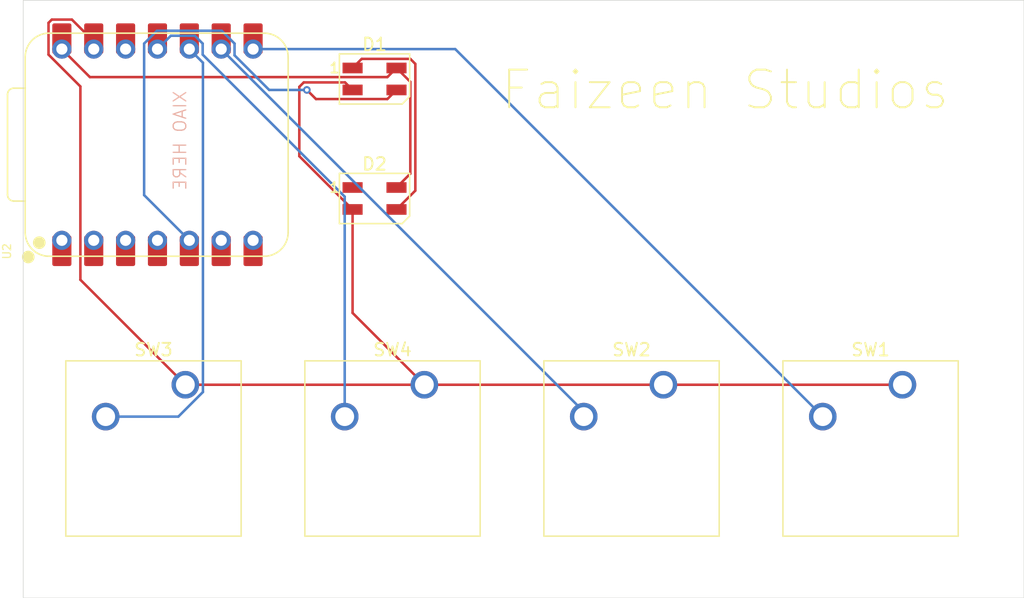
<source format=kicad_pcb>
(kicad_pcb (version 20241229) (generator "pcbnew") (generator_version "9.0")
  (layers (0 "F.Cu" signal) (2 "B.Cu" signal) (13 "F.Paste" user) (15 "B.Paste" user) (5 "F.SilkS" user "F.Silkscreen") (7 "B.SilkS" user "B.Silkscreen") (1 "F.Mask" user) (3 "B.Mask" user) (25 "Edge.Cuts" user))
  (net 0 "")
  (net 1 "Net-(D1-DIN)")
  (net 2 "Net-(D1-DOUT)")
  (net 4 "Net-(U2-GPIO1{slash}RX)")
  (net 5 "GND")
  (net 6 "Net-(U2-GPIO2{slash}SCK)")
  (net 7 "Net-(U2-GPIO4{slash}MISO)")
  (net 8 "Net-(U2-GPIO3{slash}MOSI)")
  (net 14 "+5V")
  (footprint "OPL:XIAO-RP2040-DIP" (layer "F.Cu") (at 100.0125 99.61375 90)
    (property "Reference" "U2" (at -8.5 -12 90) (layer "F.SilkS") (effects (font (size 0.635 0.635) (thickness 0.1016))))
    (property "Value" "XIAO-RP2040-DIP")
    (fp_line (start -3.991272 -11.951) (end 4.004 -11.951) (stroke (width 0.127)) (layer "F.SilkS"))
    (fp_line (start 4.504 -11.451) (end 4.504 -10.541) (stroke (width 0.127)) (layer "F.SilkS"))
    (fp_line (start 6.985 -10.541) (end -6.985 -10.541) (stroke (width 0.1)) (layer "F.SilkS"))
    (fp_line (start 6.985 -10.541) (end -6.985 -10.541) (stroke (width 0.127)) (layer "F.SilkS"))
    (fp_line (start -4.495 -10.541) (end -4.491272 -11.451272) (stroke (width 0.127)) (layer "F.SilkS"))
    (fp_line (start 8.89 8.509) (end 8.89 -8.636) (stroke (width 0.127)) (layer "F.SilkS"))
    (fp_line (start -8.89 8.509) (end -8.89 -8.636) (stroke (width 0.127)) (layer "F.SilkS"))
    (fp_line (start -6.985 10.414) (end 6.985 10.414) (stroke (width 0.127)) (layer "F.SilkS"))
    (fp_arc (start 4.004 -11.951) (mid 4.357553 -11.804553) (end 4.504 -11.451) (stroke (width 0.127)) (layer "F.SilkS"))
    (fp_arc (start -4.491272 -11.451272) (mid -4.344728 -11.80464) (end -3.991272 -11.951) (stroke (width 0.127)) (layer "F.SilkS"))
    (fp_arc (start 6.985 -10.541) (mid 8.332038 -9.983038) (end 8.89 -8.636) (stroke (width 0.127)) (layer "F.SilkS"))
    (fp_arc (start -8.89 -8.636) (mid -8.332038 -9.983038) (end -6.985 -10.541) (stroke (width 0.127)) (layer "F.SilkS"))
    (fp_arc (start 8.89 8.509) (mid 8.332038 9.856038) (end 6.985 10.414) (stroke (width 0.127)) (layer "F.SilkS"))
    (fp_arc (start -6.985 10.414) (mid -8.332038 9.856038) (end -8.89 8.509) (stroke (width 0.127)) (layer "F.SilkS"))
    (fp_circle (center -8.95 -10.3) (end -8.95 -10.554) (stroke (width 0.5)) (fill yes) (layer "F.SilkS"))
    (fp_circle (center -7.807 -9.42) (end -7.807 -9.674) (stroke (width 0.5)) (fill yes) (layer "F.SilkS"))
    (pad "1" smd roundrect (at -8.455 -7.62 270) (size 2.432 1.524) (layers "F.Cu" "F.Mask") (roundrect_rratio 0.1))
    (pad "1" thru_hole circle (at -7.62 -7.62 270) (size 1.524 1.524) (drill 0.889) (layers "*.Cu" "*.Mask"))
    (pad "2" smd roundrect (at -8.455 -5.08 270) (size 2.432 1.524) (layers "F.Cu" "F.Mask") (roundrect_rratio 0.1))
    (pad "2" thru_hole circle (at -7.62 -5.08 270) (size 1.524 1.524) (drill 0.889) (layers "*.Cu" "*.Mask"))
    (pad "3" smd roundrect (at -8.455 -2.54 270) (size 2.432 1.524) (layers "F.Cu" "F.Mask") (roundrect_rratio 0.1))
    (pad "3" thru_hole circle (at -7.62 -2.54 270) (size 1.524 1.524) (drill 0.889) (layers "*.Cu" "*.Mask"))
    (pad "4" smd roundrect (at -8.455 0 270) (size 2.432 1.524) (layers "F.Cu" "F.Mask") (roundrect_rratio 0.1))
    (pad "4" thru_hole circle (at -7.62 0 270) (size 1.524 1.524) (drill 0.889) (layers "*.Cu" "*.Mask"))
    (pad "5" smd roundrect (at -8.455 2.54 270) (size 2.432 1.524) (layers "F.Cu" "F.Mask") (roundrect_rratio 0.1) (net 1 "Net-(D1-DIN)"))
    (pad "5" thru_hole circle (at -7.62 2.54 270) (size 1.524 1.524) (drill 0.889) (layers "*.Cu" "*.Mask") (net 1 "Net-(D1-DIN)"))
    (pad "6" smd roundrect (at -8.455 5.08 270) (size 2.432 1.524) (layers "F.Cu" "F.Mask") (roundrect_rratio 0.1))
    (pad "6" thru_hole circle (at -7.62 5.08 270) (size 1.524 1.524) (drill 0.889) (layers "*.Cu" "*.Mask"))
    (pad "7" smd roundrect (at -8.455 7.62 270) (size 2.432 1.524) (layers "F.Cu" "F.Mask") (roundrect_rratio 0.1))
    (pad "7" thru_hole circle (at -7.62 7.62 270) (size 1.524 1.524) (drill 0.889) (layers "*.Cu" "*.Mask"))
    (pad "8" thru_hole circle (at 7.62 7.62 90) (size 1.524 1.524) (drill 0.889) (layers "*.Cu" "*.Mask") (net 4 "Net-(U2-GPIO1{slash}RX)"))
    (pad "8" smd roundrect (at 8.455 7.62 90) (size 2.432 1.524) (layers "F.Cu" "F.Mask") (roundrect_rratio 0.1) (net 4 "Net-(U2-GPIO1{slash}RX)"))
    (pad "9" thru_hole circle (at 7.62 5.08 90) (size 1.524 1.524) (drill 0.889) (layers "*.Cu" "*.Mask") (net 6 "Net-(U2-GPIO2{slash}SCK)"))
    (pad "9" smd roundrect (at 8.455 5.08 90) (size 2.432 1.524) (layers "F.Cu" "F.Mask") (roundrect_rratio 0.1) (net 6 "Net-(U2-GPIO2{slash}SCK)"))
    (pad "10" thru_hole circle (at 7.62 2.54 90) (size 1.524 1.524) (drill 0.889) (layers "*.Cu" "*.Mask") (net 7 "Net-(U2-GPIO4{slash}MISO)"))
    (pad "10" smd roundrect (at 8.455 2.54 90) (size 2.432 1.524) (layers "F.Cu" "F.Mask") (roundrect_rratio 0.1) (net 7 "Net-(U2-GPIO4{slash}MISO)"))
    (pad "11" thru_hole circle (at 7.62 0 90) (size 1.524 1.524) (drill 0.889) (layers "*.Cu" "*.Mask") (net 8 "Net-(U2-GPIO3{slash}MOSI)"))
    (pad "11" smd roundrect (at 8.455 0 90) (size 2.432 1.524) (layers "F.Cu" "F.Mask") (roundrect_rratio 0.1) (net 8 "Net-(U2-GPIO3{slash}MOSI)"))
    (pad "12" thru_hole circle (at 7.62 -2.54 90) (size 1.524 1.524) (drill 0.889) (layers "*.Cu" "*.Mask"))
    (pad "12" smd roundrect (at 8.455 -2.54 90) (size 2.432 1.524) (layers "F.Cu" "F.Mask") (roundrect_rratio 0.1))
    (pad "13" thru_hole circle (at 7.62 -5.08 90) (size 1.524 1.524) (drill 0.889) (layers "*.Cu" "*.Mask") (net 5 "GND"))
    (pad "13" smd roundrect (at 8.455 -5.08 90) (size 2.432 1.524) (layers "F.Cu" "F.Mask") (roundrect_rratio 0.1) (net 5 "GND"))
    (pad "14" thru_hole circle (at 7.62 -7.62 90) (size 1.524 1.524) (drill 0.889) (layers "*.Cu" "*.Mask") (net 14 "+5V"))
    (pad "14" smd roundrect (at 8.455 -7.62 90) (size 2.432 1.524) (layers "F.Cu" "F.Mask") (roundrect_rratio 0.1) (net 14 "+5V"))
  )
  (footprint "LED_SMD:LED_SK6812MINI_PLCC4_3.5x3.5mm_P1.75mm" (layer "F.Cu") (at 117.3125 94.375)
    (property "Reference" "D1" (at 0 -2.75 0) (layer "F.SilkS"))
    (property "Value" "SK6812MINI")
    (fp_line (start -2.8 -2) (end -2.8 2) (stroke (width 0.12)) (layer "F.SilkS"))
    (fp_line (start -2.8 -2) (end 2.8 -2) (stroke (width 0.12)) (layer "F.SilkS"))
    (fp_line (start -2.8 2) (end 2.2 2) (stroke (width 0.12)) (layer "F.SilkS"))
    (fp_line (start 2.8 1.4) (end 2.2 2) (stroke (width 0.12)) (layer "F.SilkS"))
    (fp_line (start 2.8 1.4) (end 2.8 -2) (stroke (width 0.12)) (layer "F.SilkS"))
    (fp_text user "1" (at -3.2 -0.875 0) (layer "F.SilkS") (effects (font (size 0.8 0.8))))
    (pad "1" smd rect (at -1.75 -0.875) (size 1.6 0.85) (layers "F.Cu" "F.Mask" "F.Paste") (net 2 "Net-(D1-DOUT)"))
    (pad "2" smd rect (at -1.75 0.875) (size 1.6 0.85) (layers "F.Cu" "F.Mask" "F.Paste") (net 5 "GND"))
    (pad "3" smd rect (at 1.75 0.875) (size 1.6 0.85) (layers "F.Cu" "F.Mask" "F.Paste") (net 1 "Net-(D1-DIN)"))
    (pad "4" smd rect (at 1.75 -0.875) (size 1.6 0.85) (layers "F.Cu" "F.Mask" "F.Paste") (net 14 "+5V"))
  )
  (footprint "Button_Switch_Keyboard:SW_Cherry_MX_1.00u_PCB" (layer "F.Cu") (at 159.385 118.745)
    (property "Reference" "SW1" (at -2.54 -2.794 0) (layer "F.SilkS"))
    (property "Value" "SW_Push")
    (fp_line (start -9.525 -1.905) (end 4.445 -1.905) (stroke (width 0.12)) (layer "F.SilkS"))
    (fp_line (start -9.525 12.065) (end -9.525 -1.905) (stroke (width 0.12)) (layer "F.SilkS"))
    (fp_line (start 4.445 -1.905) (end 4.445 12.065) (stroke (width 0.12)) (layer "F.SilkS"))
    (fp_line (start 4.445 12.065) (end -9.525 12.065) (stroke (width 0.12)) (layer "F.SilkS"))
    (pad "" np_thru_hole circle (at -7.62 5.08) (size 1.7 1.7) (drill 1.7) (layers "*.Cu" "*.Mask"))
    (pad "" np_thru_hole circle (at -2.54 5.08) (size 4 4) (drill 4) (layers "*.Cu" "*.Mask"))
    (pad "" np_thru_hole circle (at 2.54 5.08) (size 1.7 1.7) (drill 1.7) (layers "*.Cu" "*.Mask"))
    (pad "1" thru_hole circle (at 0 0) (size 2.2 2.2) (drill 1.5) (layers "*.Cu" "*.Mask") (net 5 "GND"))
    (pad "2" thru_hole circle (at -6.35 2.54) (size 2.2 2.2) (drill 1.5) (layers "*.Cu" "*.Mask") (net 4 "Net-(U2-GPIO1{slash}RX)"))
  )
  (footprint "Button_Switch_Keyboard:SW_Cherry_MX_1.00u_PCB" (layer "F.Cu") (at 140.335 118.745)
    (property "Reference" "SW2" (at -2.54 -2.794 0) (layer "F.SilkS"))
    (property "Value" "SW_Push")
    (fp_line (start -9.525 -1.905) (end 4.445 -1.905) (stroke (width 0.12)) (layer "F.SilkS"))
    (fp_line (start -9.525 12.065) (end -9.525 -1.905) (stroke (width 0.12)) (layer "F.SilkS"))
    (fp_line (start 4.445 -1.905) (end 4.445 12.065) (stroke (width 0.12)) (layer "F.SilkS"))
    (fp_line (start 4.445 12.065) (end -9.525 12.065) (stroke (width 0.12)) (layer "F.SilkS"))
    (pad "" np_thru_hole circle (at -7.62 5.08) (size 1.7 1.7) (drill 1.7) (layers "*.Cu" "*.Mask"))
    (pad "" np_thru_hole circle (at -2.54 5.08) (size 4 4) (drill 4) (layers "*.Cu" "*.Mask"))
    (pad "" np_thru_hole circle (at 2.54 5.08) (size 1.7 1.7) (drill 1.7) (layers "*.Cu" "*.Mask"))
    (pad "1" thru_hole circle (at 0 0) (size 2.2 2.2) (drill 1.5) (layers "*.Cu" "*.Mask") (net 5 "GND"))
    (pad "2" thru_hole circle (at -6.35 2.54) (size 2.2 2.2) (drill 1.5) (layers "*.Cu" "*.Mask") (net 6 "Net-(U2-GPIO2{slash}SCK)"))
  )
  (footprint "Button_Switch_Keyboard:SW_Cherry_MX_1.00u_PCB" (layer "F.Cu") (at 121.285 118.745)
    (property "Reference" "SW4" (at -2.54 -2.794 0) (layer "F.SilkS"))
    (property "Value" "SW_Push")
    (fp_line (start -9.525 -1.905) (end 4.445 -1.905) (stroke (width 0.12)) (layer "F.SilkS"))
    (fp_line (start -9.525 12.065) (end -9.525 -1.905) (stroke (width 0.12)) (layer "F.SilkS"))
    (fp_line (start 4.445 -1.905) (end 4.445 12.065) (stroke (width 0.12)) (layer "F.SilkS"))
    (fp_line (start 4.445 12.065) (end -9.525 12.065) (stroke (width 0.12)) (layer "F.SilkS"))
    (pad "" np_thru_hole circle (at -7.62 5.08) (size 1.7 1.7) (drill 1.7) (layers "*.Cu" "*.Mask"))
    (pad "" np_thru_hole circle (at -2.54 5.08) (size 4 4) (drill 4) (layers "*.Cu" "*.Mask"))
    (pad "" np_thru_hole circle (at 2.54 5.08) (size 1.7 1.7) (drill 1.7) (layers "*.Cu" "*.Mask"))
    (pad "1" thru_hole circle (at 0 0) (size 2.2 2.2) (drill 1.5) (layers "*.Cu" "*.Mask") (net 5 "GND"))
    (pad "2" thru_hole circle (at -6.35 2.54) (size 2.2 2.2) (drill 1.5) (layers "*.Cu" "*.Mask") (net 8 "Net-(U2-GPIO3{slash}MOSI)"))
  )
  (footprint "LED_SMD:LED_SK6812MINI_PLCC4_3.5x3.5mm_P1.75mm" (layer "F.Cu") (at 117.3125 103.9)
    (property "Reference" "D2" (at 0 -2.75 0) (layer "F.SilkS"))
    (property "Value" "SK6812MINI")
    (fp_line (start -2.8 -2) (end -2.8 2) (stroke (width 0.12)) (layer "F.SilkS"))
    (fp_line (start -2.8 -2) (end 2.8 -2) (stroke (width 0.12)) (layer "F.SilkS"))
    (fp_line (start -2.8 2) (end 2.2 2) (stroke (width 0.12)) (layer "F.SilkS"))
    (fp_line (start 2.8 1.4) (end 2.2 2) (stroke (width 0.12)) (layer "F.SilkS"))
    (fp_line (start 2.8 1.4) (end 2.8 -2) (stroke (width 0.12)) (layer "F.SilkS"))
    (fp_text user "1" (at -3.2 -0.875 0) (layer "F.SilkS") (effects (font (size 0.8 0.8))))
    (pad "1" smd rect (at -1.75 -0.875) (size 1.6 0.85) (layers "F.Cu" "F.Mask" "F.Paste"))
    (pad "2" smd rect (at -1.75 0.875) (size 1.6 0.85) (layers "F.Cu" "F.Mask" "F.Paste") (net 5 "GND"))
    (pad "3" smd rect (at 1.75 0.875) (size 1.6 0.85) (layers "F.Cu" "F.Mask" "F.Paste") (net 2 "Net-(D1-DOUT)"))
    (pad "4" smd rect (at 1.75 -0.875) (size 1.6 0.85) (layers "F.Cu" "F.Mask" "F.Paste") (net 14 "+5V"))
  )
  (footprint "Button_Switch_Keyboard:SW_Cherry_MX_1.00u_PCB" (layer "F.Cu") (at 102.235 118.745)
    (property "Reference" "SW3" (at -2.54 -2.794 0) (layer "F.SilkS"))
    (property "Value" "SW_Push")
    (fp_line (start -9.525 -1.905) (end 4.445 -1.905) (stroke (width 0.12)) (layer "F.SilkS"))
    (fp_line (start -9.525 12.065) (end -9.525 -1.905) (stroke (width 0.12)) (layer "F.SilkS"))
    (fp_line (start 4.445 -1.905) (end 4.445 12.065) (stroke (width 0.12)) (layer "F.SilkS"))
    (fp_line (start 4.445 12.065) (end -9.525 12.065) (stroke (width 0.12)) (layer "F.SilkS"))
    (pad "" np_thru_hole circle (at -7.62 5.08) (size 1.7 1.7) (drill 1.7) (layers "*.Cu" "*.Mask"))
    (pad "" np_thru_hole circle (at -2.54 5.08) (size 4 4) (drill 4) (layers "*.Cu" "*.Mask"))
    (pad "" np_thru_hole circle (at 2.54 5.08) (size 1.7 1.7) (drill 1.7) (layers "*.Cu" "*.Mask"))
    (pad "1" thru_hole circle (at 0 0) (size 2.2 2.2) (drill 1.5) (layers "*.Cu" "*.Mask") (net 5 "GND"))
    (pad "2" thru_hole circle (at -6.35 2.54) (size 2.2 2.2) (drill 1.5) (layers "*.Cu" "*.Mask") (net 7 "Net-(U2-GPIO4{slash}MISO)"))
  )
  (gr_rect (start 89.314731 88.10625) (end 169.06875 135.73125) (stroke (width 0.05)) (fill no) (layer "Edge.Cuts"))
  (gr_text "Faizeen Studios" (at 145.25625 95.25 0) (layer "F.SilkS") (effects (font (size 3 3))))
  (gr_text "XIAO HERE" (at 102.39375 95.25 90) (layer "B.SilkS") (effects (font (size 1 1) (thickness 0.1)) (justify left bottom mirror)))
  (segment (start 111.91875 95.25) (end 112.64475 95.976) (width 0.2) (layer "F.Cu") (net 1))
  (segment (start 112.64475 95.976) (end 118.3365 95.976) (width 0.2) (layer "F.Cu") (net 1))
  (segment (start 118.3365 95.976) (end 119.0625 95.25) (width 0.2) (layer "F.Cu") (net 1))
  (via (at 111.91875 95.25) (size 0.6) (drill 0.3) (layers "F.Cu" "B.Cu") (net 1))
  (segment (start 106.1555 91.55344) (end 106.1555 92.48965) (width 0.2) (layer "B.Cu") (net 1))
  (segment (start 105.13181 90.52975) (end 106.1555 91.55344) (width 0.2) (layer "B.Cu") (net 1))
  (segment (start 102.5525 107.23375) (end 98.9495 103.63075) (width 0.2) (layer "B.Cu") (net 1))
  (segment (start 98.9495 103.63075) (end 98.9495 91.55344) (width 0.2) (layer "B.Cu") (net 1))
  (segment (start 106.1555 92.48965) (end 108.91585 95.25) (width 0.2) (layer "B.Cu") (net 1))
  (segment (start 99.97319 90.52975) (end 105.13181 90.52975) (width 0.2) (layer "B.Cu") (net 1))
  (segment (start 98.9495 91.55344) (end 99.97319 90.52975) (width 0.2) (layer "B.Cu") (net 1))
  (segment (start 108.91585 95.25) (end 111.91875 95.25) (width 0.2) (layer "B.Cu") (net 1))
  (segment (start 120.1635 92.774) (end 120.5645 93.175) (width 0.2) (layer "F.Cu") (net 2))
  (segment (start 115.5625 93.5) (end 116.2885 92.774) (width 0.2) (layer "F.Cu") (net 2))
  (segment (start 120.5645 93.175) (end 120.5645 103.273) (width 0.2) (layer "F.Cu") (net 2))
  (segment (start 116.2885 92.774) (end 120.1635 92.774) (width 0.2) (layer "F.Cu") (net 2))
  (segment (start 120.5645 103.273) (end 119.0625 104.775) (width 0.2) (layer "F.Cu") (net 2))
  (segment (start 123.74375 91.99375) (end 153.035 121.285) (width 0.2) (layer "B.Cu") (net 4))
  (segment (start 107.6325 91.99375) (end 123.74375 91.99375) (width 0.2) (layer "B.Cu") (net 4))
  (segment (start 111.31775 100.53025) (end 115.5625 104.775) (width 0.2) (layer "F.Cu") (net 5))
  (segment (start 111.669807 94.649) (end 111.31775 95.001057) (width 0.2) (layer "F.Cu") (net 5))
  (segment (start 159.385 118.745) (end 140.335 118.745) (width 0.2) (layer "F.Cu") (net 5))
  (segment (start 140.335 118.745) (end 121.285 118.745) (width 0.2) (layer "F.Cu") (net 5))
  (segment (start 111.31775 95.001057) (end 111.31775 100.53025) (width 0.2) (layer "F.Cu") (net 5))
  (segment (start 94.9325 91.380124) (end 94.9325 91.99375) (width 0.2) (layer "F.Cu") (net 5))
  (segment (start 93.8695 110.3795) (end 93.8695 94.97406) (width 0.2) (layer "F.Cu") (net 5))
  (segment (start 115.5625 95.25) (end 114.9615 94.649) (width 0.2) (layer "F.Cu") (net 5))
  (segment (start 115.5625 113.0225) (end 121.285 118.745) (width 0.2) (layer "F.Cu") (net 5))
  (segment (start 114.9615 94.649) (end 111.669807 94.649) (width 0.2) (layer "F.Cu") (net 5))
  (segment (start 93.8695 94.97406) (end 91.3295 92.43406) (width 0.2) (layer "F.Cu") (net 5))
  (segment (start 91.3295 89.903124) (end 91.590874 89.64175) (width 0.2) (layer "F.Cu") (net 5))
  (segment (start 91.590874 89.64175) (end 93.194126 89.64175) (width 0.2) (layer "F.Cu") (net 5))
  (segment (start 115.5625 104.775) (end 115.5625 113.0225) (width 0.2) (layer "F.Cu") (net 5))
  (segment (start 91.3295 92.43406) (end 91.3295 89.903124) (width 0.2) (layer "F.Cu") (net 5))
  (segment (start 93.194126 89.64175) (end 94.9325 91.380124) (width 0.2) (layer "F.Cu") (net 5))
  (segment (start 102.235 118.745) (end 93.8695 110.3795) (width 0.2) (layer "F.Cu") (net 5))
  (segment (start 121.285 118.745) (end 102.235 118.745) (width 0.2) (layer "F.Cu") (net 5))
  (segment (start 105.0925 91.99375) (end 133.985 120.88625) (width 0.2) (layer "B.Cu") (net 6))
  (segment (start 133.985 120.88625) (end 133.985 121.285) (width 0.2) (layer "B.Cu") (net 6))
  (segment (start 103.636 93.07725) (end 103.636 119.325314) (width 0.2) (layer "B.Cu") (net 7))
  (segment (start 101.676314 121.285) (end 95.885 121.285) (width 0.2) (layer "B.Cu") (net 7))
  (segment (start 102.5525 91.99375) (end 103.636 93.07725) (width 0.2) (layer "B.Cu") (net 7))
  (segment (start 103.636 119.325314) (end 101.676314 121.285) (width 0.2) (layer "B.Cu") (net 7))
  (segment (start 102.99281 90.93075) (end 103.6155 91.55344) (width 0.2) (layer "B.Cu") (net 8))
  (segment (start 100.0125 91.99375) (end 101.0755 90.93075) (width 0.2) (layer "B.Cu") (net 8))
  (segment (start 103.6155 92.43406) (end 114.935 103.75356) (width 0.2) (layer "B.Cu") (net 8))
  (segment (start 114.935 103.75356) (end 114.935 121.285) (width 0.2) (layer "B.Cu") (net 8))
  (segment (start 103.6155 91.55344) (end 103.6155 92.43406) (width 0.2) (layer "B.Cu") (net 8))
  (segment (start 101.0755 90.93075) (end 102.99281 90.93075) (width 0.2) (layer "B.Cu") (net 8))
  (segment (start 118.3365 94.226) (end 119.0625 93.5) (width 0.2) (layer "F.Cu") (net 14))
  (segment (start 119.0625 93.5) (end 120.1635 94.601) (width 0.2) (layer "F.Cu") (net 14))
  (segment (start 92.3925 91.99375) (end 94.62475 94.226) (width 0.2) (layer "F.Cu") (net 14))
  (segment (start 94.62475 94.226) (end 118.3365 94.226) (width 0.2) (layer "F.Cu") (net 14))
  (segment (start 120.1635 94.601) (end 120.1635 101.924) (width 0.2) (layer "F.Cu") (net 14))
  (segment (start 120.1635 101.924) (end 119.0625 103.025) (width 0.2) (layer "F.Cu") (net 14))
)
</source>
